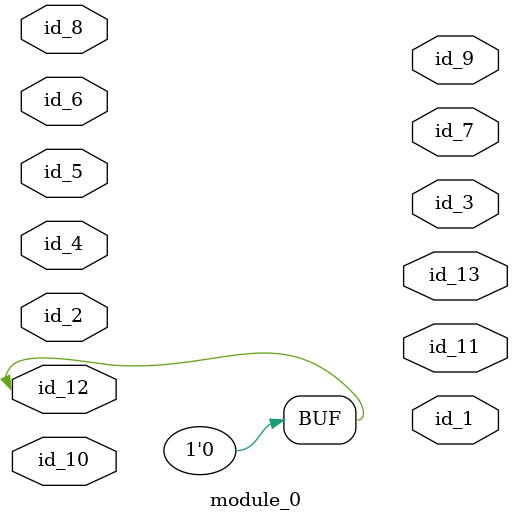
<source format=v>
module module_0 (
    id_1,
    id_2,
    id_3,
    id_4,
    id_5,
    id_6,
    id_7,
    id_8,
    id_9,
    id_10,
    id_11,
    id_12,
    id_13
);
  output id_13;
  input id_12;
  output id_11;
  input id_10;
  output id_9;
  input id_8;
  output id_7;
  input id_6;
  input id_5;
  input id_4;
  output id_3;
  input id_2;
  output id_1;
  assign id_3[1] = id_6;
  assign id_12   = 1'b0;
endmodule

</source>
